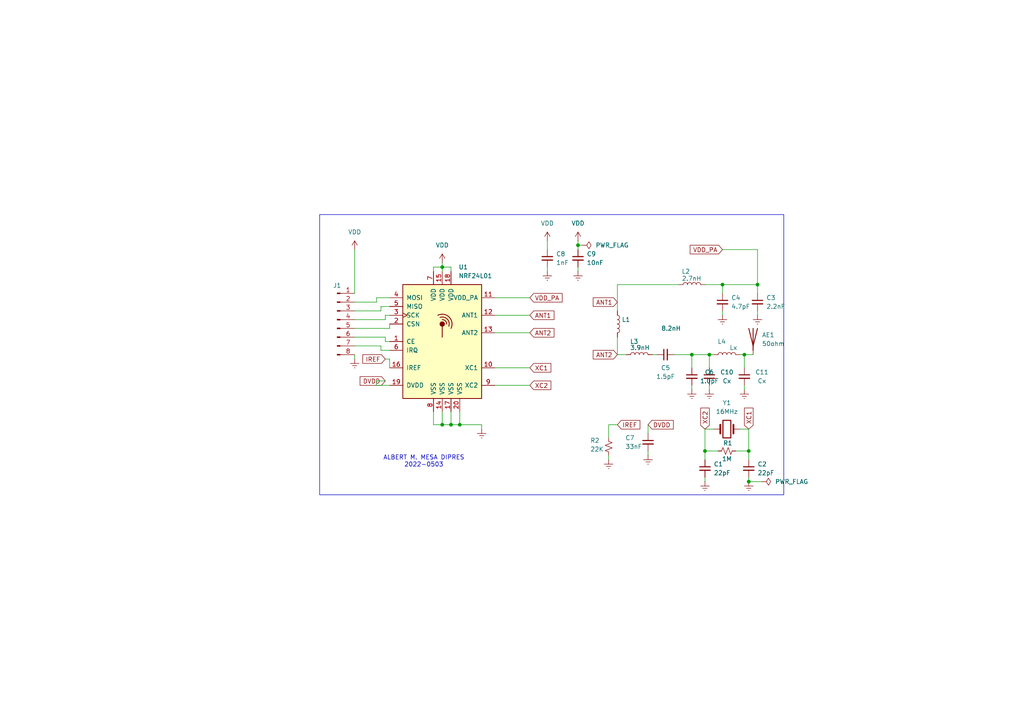
<source format=kicad_sch>
(kicad_sch (version 20231120) (generator "eeschema") (generator_version "8.0")
  (paper "A4")
  (lib_symbols
    (symbol "Connector:Conn_01x08_Pin" (pin_names (offset 1.016) hide)
      (property "Reference" "J" (at 0 10.16 0))
      (property "Value" "Conn_01x08_Pin" (at 0 -12.7 0))
      (symbol "Conn_01x08_Pin_1_1"
        (polyline (pts (xy 1.27 -10.16) (xy 0.8636 -10.16)) (stroke (width 0.1524)))
        (polyline (pts (xy 1.27 -7.62) (xy 0.8636 -7.62)) (stroke (width 0.1524)))
        (polyline (pts (xy 1.27 -5.08) (xy 0.8636 -5.08)) (stroke (width 0.1524)))
        (polyline (pts (xy 1.27 -2.54) (xy 0.8636 -2.54)) (stroke (width 0.1524)))
        (polyline (pts (xy 1.27 0) (xy 0.8636 0)) (stroke (width 0.1524)))
        (polyline (pts (xy 1.27 2.54) (xy 0.8636 2.54)) (stroke (width 0.1524)))
        (polyline (pts (xy 1.27 5.08) (xy 0.8636 5.08)) (stroke (width 0.1524)))
        (polyline (pts (xy 1.27 7.62) (xy 0.8636 7.62)) (stroke (width 0.1524)))
        (rectangle (start 0.8636 -10.033) (end 0 -10.287) (stroke (width 0.1524)) (fill (type outline)))
        (rectangle (start 0.8636 -7.493) (end 0 -7.747) (stroke (width 0.1524)) (fill (type outline)))
        (rectangle (start 0.8636 -4.953) (end 0 -5.207) (stroke (width 0.1524)) (fill (type outline)))
        (rectangle (start 0.8636 -2.413) (end 0 -2.667) (stroke (width 0.1524)) (fill (type outline)))
        (rectangle (start 0.8636 0.127) (end 0 -0.127) (stroke (width 0.1524)) (fill (type outline)))
        (rectangle (start 0.8636 2.667) (end 0 2.413) (stroke (width 0.1524)) (fill (type outline)))
        (rectangle (start 0.8636 5.207) (end 0 4.953) (stroke (width 0.1524)) (fill (type outline)))
        (rectangle (start 0.8636 7.747) (end 0 7.493) (stroke (width 0.1524)) (fill (type outline)))
        (pin passive line (at 5.08 7.62 180) (length 3.81) (name "Pin_1") (number "1"))
        (pin passive line (at 5.08 5.08 180) (length 3.81) (name "Pin_2") (number "2"))
        (pin passive line (at 5.08 2.54 180) (length 3.81) (name "Pin_3") (number "3"))
        (pin passive line (at 5.08 0 180) (length 3.81) (name "Pin_4") (number "4"))
        (pin passive line (at 5.08 -2.54 180) (length 3.81) (name "Pin_5") (number "5"))
        (pin passive line (at 5.08 -5.08 180) (length 3.81) (name "Pin_6") (number "6"))
        (pin passive line (at 5.08 -7.62 180) (length 3.81) (name "Pin_7") (number "7"))
        (pin passive line (at 5.08 -10.16 180) (length 3.81) (name "Pin_8") (number "8"))
      )
    )
    (symbol "Device:Antenna" (pin_numbers hide) (pin_names (offset 1.016) hide)
      (property "Reference" "AE" (at -1.905 1.905 0))
      (property "Value" "Antenna" (at -1.905 0 0))
      (symbol "Antenna_0_1"
        (polyline (pts (xy 0 2.54) (xy 0 -3.81)) (stroke (width 0.254)))
        (polyline (pts (xy 1.27 2.54) (xy 0 -2.54) (xy -1.27 2.54)) (stroke (width 0.254)))
      )
      (symbol "Antenna_1_1"
        (pin input line (at 0 -5.08 90) (length 2.54) (name "A") (number "1"))
      )
    )
    (symbol "Device:C_Small" (pin_numbers hide) (pin_names (offset 0.254) hide)
      (property "Reference" "C" (at 0.254 1.778 0))
      (property "Value" "C_Small" (at 0.254 -2.032 0))
      (symbol "C_Small_0_1"
        (polyline (pts (xy -1.524 -0.508) (xy 1.524 -0.508)) (stroke (width 0.3302)))
        (polyline (pts (xy -1.524 0.508) (xy 1.524 0.508)) (stroke (width 0.3048)))
      )
      (symbol "C_Small_1_1"
        (pin passive line (at 0 2.54 270) (length 2.032) (name "~") (number "1"))
        (pin passive line (at 0 -2.54 90) (length 2.032) (name "~") (number "2"))
      )
    )
    (symbol "Device:Crystal" (pin_numbers hide) (pin_names (offset 1.016) hide)
      (property "Reference" "Y" (at 0 3.81 0))
      (property "Value" "Crystal" (at 0 -3.81 0))
      (symbol "Crystal_0_1"
        (rectangle (start -1.143 2.54) (end 1.143 -2.54) (stroke (width 0.3048)))
        (polyline (pts (xy -2.54 0) (xy -1.905 0)))
        (polyline (pts (xy -1.905 -1.27) (xy -1.905 1.27)) (stroke (width 0.508)))
        (polyline (pts (xy 1.905 -1.27) (xy 1.905 1.27)) (stroke (width 0.508)))
        (polyline (pts (xy 2.54 0) (xy 1.905 0)))
      )
      (symbol "Crystal_1_1"
        (pin passive line (at -3.81 0 0) (length 1.27) (name "1") (number "1"))
        (pin passive line (at 3.81 0 180) (length 1.27) (name "2") (number "2"))
      )
    )
    (symbol "Device:L" (pin_numbers hide) (pin_names (offset 1.016) hide)
      (property "Reference" "L" (at -1.27 0 90))
      (property "Value" "L" (at 1.905 0 90))
      (symbol "L_0_1"
        (arc (start 0 -2.54) (mid 0.6323 -1.905) (end 0 -1.27))
        (arc (start 0 -1.27) (mid 0.6323 -0.635) (end 0 0))
        (arc (start 0 0) (mid 0.6323 0.635) (end 0 1.27))
        (arc (start 0 1.27) (mid 0.6323 1.905) (end 0 2.54))
      )
      (symbol "L_1_1"
        (pin passive line (at 0 3.81 270) (length 1.27) (name "1") (number "1"))
        (pin passive line (at 0 -3.81 90) (length 1.27) (name "2") (number "2"))
      )
    )
    (symbol "Device:R_Small_US" (pin_numbers hide) (pin_names (offset 0.254) hide)
      (property "Reference" "R" (at 0.762 0.508 0))
      (property "Value" "R_Small_US" (at 0.762 -1.016 0))
      (symbol "R_Small_US_1_1"
        (polyline (pts (xy 0 0) (xy 1.016 -0.381) (xy 0 -0.762) (xy -1.016 -1.143) (xy 0 -1.524)))
        (polyline (pts (xy 0 1.524) (xy 1.016 1.143) (xy 0 0.762) (xy -1.016 0.381) (xy 0 0)))
        (pin passive line (at 0 2.54 270) (length 1.016) (name "~") (number "1"))
        (pin passive line (at 0 -2.54 90) (length 1.016) (name "~") (number "2"))
      )
    )
    (symbol "RF:NRF24L01" (pin_names (offset 1.016))
      (property "Reference" "U" (at -11.43 17.78 0))
      (property "Value" "NRF24L01" (at 5.08 17.78 0))
      (symbol "NRF24L01_0_1"
        (rectangle (start -11.43 16.51) (end 11.43 -16.51) (stroke (width 0.254)) (fill (type background)))
        (polyline (pts (xy 0 4.445) (xy 0 1.27)) (stroke (width 0.254)))
        (circle (center 0 5.08) (radius 0.635) (stroke (width 0.254)) (fill (type outline)))
        (arc (start 1.27 5.08) (mid 0.9071 5.9946) (end 0 6.35) (stroke (width 0.254)))
        (arc (start 1.905 4.445) (mid 1.4313 6.5254) (end -0.635 6.985) (stroke (width 0.254)))
        (arc (start 2.54 3.81) (mid 2.008 7.088) (end -1.27 7.62) (stroke (width 0.254)))
        (rectangle (start 11.43 -13.97) (end 11.43 -13.97))
      )
      (symbol "NRF24L01_1_1"
        (pin input line (at -15.24 0 0) (length 3.81) (name "CE") (number "1"))
        (pin passive line (at 15.24 -7.62 180) (length 3.81) (name "XC1") (number "10"))
        (pin power_out line (at 15.24 12.7 180) (length 3.81) (name "VDD_PA") (number "11"))
        (pin passive line (at 15.24 7.62 180) (length 3.81) (name "ANT1") (number "12"))
        (pin passive line (at 15.24 2.54 180) (length 3.81) (name "ANT2") (number "13"))
        (pin power_in line (at 0 -20.32 90) (length 3.81) (name "VSS") (number "14"))
        (pin power_in line (at 0 20.32 270) (length 3.81) (name "VDD") (number "15"))
        (pin passive line (at -15.24 -7.62 0) (length 3.81) (name "IREF") (number "16"))
        (pin power_in line (at 2.54 -20.32 90) (length 3.81) (name "VSS") (number "17"))
        (pin power_in line (at 2.54 20.32 270) (length 3.81) (name "VDD") (number "18"))
        (pin power_out line (at -15.24 -12.7 0) (length 3.81) (name "DVDD") (number "19"))
        (pin input line (at -15.24 5.08 0) (length 3.81) (name "CSN") (number "2"))
        (pin power_in line (at 5.08 -20.32 90) (length 3.81) (name "VSS") (number "20"))
        (pin input clock (at -15.24 7.62 0) (length 3.81) (name "SCK") (number "3"))
        (pin input line (at -15.24 12.7 0) (length 3.81) (name "MOSI") (number "4"))
        (pin output line (at -15.24 10.16 0) (length 3.81) (name "MISO") (number "5"))
        (pin output line (at -15.24 -2.54 0) (length 3.81) (name "IRQ") (number "6"))
        (pin power_in line (at -2.54 20.32 270) (length 3.81) (name "VDD") (number "7"))
        (pin power_in line (at -2.54 -20.32 90) (length 3.81) (name "VSS") (number "8"))
        (pin passive line (at 15.24 -12.7 180) (length 3.81) (name "XC2") (number "9"))
      )
    )
    (symbol "power:GNDREF" (power) (pin_numbers hide) (pin_names (offset 0) hide)
      (property "Value" "GNDREF" (at 0 -3.81 0))
      (symbol "GNDREF_0_1"
        (polyline (pts (xy -0.635 -1.905) (xy 0.635 -1.905)))
        (polyline (pts (xy -0.127 -2.54) (xy 0.127 -2.54)))
        (polyline (pts (xy 0 -1.27) (xy 0 0)))
        (polyline (pts (xy 1.27 -1.27) (xy -1.27 -1.27)))
      )
      (symbol "GNDREF_1_1"
        (pin power_in line (at 0 0 270) (length 0) (name "~") (number "1"))
      )
    )
    (symbol "power:PWR_FLAG" (power) (pin_numbers hide) (pin_names (offset 0) hide)
      (property "Value" "PWR_FLAG" (at 0 3.81 0))
      (symbol "PWR_FLAG_0_0"
        (pin power_out line (at 0 0 90) (length 0) (name "~") (number "1"))
      )
      (symbol "PWR_FLAG_0_1"
        (polyline (pts (xy 0 0) (xy 0 1.27) (xy -1.016 1.905) (xy 0 2.54) (xy 1.016 1.905) (xy 0 1.27)))
      )
    )
    (symbol "power:VDD" (power) (pin_numbers hide) (pin_names (offset 0) hide)
      (property "Value" "VDD" (at 0 3.556 0))
      (symbol "VDD_0_1"
        (polyline (pts (xy -0.762 1.27) (xy 0 2.54)))
        (polyline (pts (xy 0 0) (xy 0 2.54)))
        (polyline (pts (xy 0 2.54) (xy 0.762 1.27)))
      )
      (symbol "VDD_1_1"
        (pin power_in line (at 0 0 90) (length 0) (name "~") (number "1"))
      )
    )
  )
  (junction (at 128.27 77.47))
  (junction (at 215.9 102.87))
  (junction (at 133.35 123.19))
  (junction (at 200.66 102.87))
  (junction (at 128.27 123.19))
  (junction (at 204.47 130.81))
  (junction (at 167.64 71.12))
  (junction (at 209.55 82.55))
  (junction (at 219.71 82.55))
  (junction (at 130.81 123.19))
  (junction (at 217.17 139.7))
  (junction (at 217.17 130.81))
  (junction (at 205.74 102.87))
  (wire (pts (xy 143.51 111.76) (xy 153.67 111.76)))
  (wire (pts (xy 217.17 124.46) (xy 217.17 130.81)))
  (wire (pts (xy 109.22 86.36) (xy 113.03 86.36)))
  (wire (pts (xy 179.07 82.55) (xy 196.85 82.55)))
  (wire (pts (xy 204.47 130.81) (xy 204.47 133.35)))
  (wire (pts (xy 153.67 96.52) (xy 143.51 96.52)))
  (wire (pts (xy 200.66 113.03) (xy 200.66 111.76)))
  (wire (pts (xy 111.76 97.79) (xy 102.87 97.79)))
  (wire (pts (xy 168.91 71.12) (xy 167.64 71.12)))
  (wire (pts (xy 204.47 82.55) (xy 209.55 82.55)))
  (wire (pts (xy 130.81 77.47) (xy 128.27 77.47)))
  (wire (pts (xy 217.17 130.81) (xy 217.17 133.35)))
  (wire (pts (xy 143.51 106.68) (xy 153.67 106.68)))
  (wire (pts (xy 213.36 130.81) (xy 217.17 130.81)))
  (wire (pts (xy 204.47 130.81) (xy 208.28 130.81)))
  (wire (pts (xy 143.51 91.44) (xy 153.67 91.44)))
  (wire (pts (xy 113.03 106.68) (xy 113.03 104.14)))
  (wire (pts (xy 207.01 124.46) (xy 204.47 124.46)))
  (wire (pts (xy 219.71 91.44) (xy 219.71 90.17)))
  (wire (pts (xy 200.66 106.68) (xy 200.66 102.87)))
  (wire (pts (xy 209.55 91.44) (xy 209.55 90.17)))
  (wire (pts (xy 128.27 119.38) (xy 128.27 123.19)))
  (wire (pts (xy 109.22 87.63) (xy 102.87 87.63)))
  (wire (pts (xy 215.9 102.87) (xy 214.63 102.87)))
  (wire (pts (xy 204.47 124.46) (xy 204.47 130.81)))
  (wire (pts (xy 167.64 78.74) (xy 167.64 77.47)))
  (wire (pts (xy 130.81 123.19) (xy 133.35 123.19)))
  (wire (pts (xy 110.49 101.6) (xy 113.03 101.6)))
  (wire (pts (xy 111.76 92.71) (xy 102.87 92.71)))
  (wire (pts (xy 205.74 102.87) (xy 205.74 106.68)))
  (wire (pts (xy 125.73 123.19) (xy 128.27 123.19)))
  (wire (pts (xy 111.76 91.44) (xy 113.03 91.44)))
  (wire (pts (xy 179.07 97.79) (xy 179.07 102.87)))
  (wire (pts (xy 113.03 104.14) (xy 111.76 104.14)))
  (wire (pts (xy 179.07 102.87) (xy 181.61 102.87)))
  (wire (pts (xy 209.55 82.55) (xy 219.71 82.55)))
  (wire (pts (xy 128.27 123.19) (xy 130.81 123.19)))
  (wire (pts (xy 128.27 77.47) (xy 128.27 78.74)))
  (wire (pts (xy 187.96 132.08) (xy 187.96 130.81)))
  (wire (pts (xy 219.71 72.39) (xy 219.71 82.55)))
  (wire (pts (xy 111.76 91.44) (xy 111.76 92.71)))
  (wire (pts (xy 205.74 113.03) (xy 205.74 111.76)))
  (wire (pts (xy 179.07 90.17) (xy 179.07 82.55)))
  (wire (pts (xy 125.73 77.47) (xy 125.73 78.74)))
  (wire (pts (xy 109.22 86.36) (xy 109.22 87.63)))
  (wire (pts (xy 111.76 99.06) (xy 111.76 97.79)))
  (wire (pts (xy 143.51 86.36) (xy 153.67 86.36)))
  (wire (pts (xy 209.55 72.39) (xy 219.71 72.39)))
  (wire (pts (xy 110.49 88.9) (xy 110.49 90.17)))
  (wire (pts (xy 215.9 106.68) (xy 215.9 102.87)))
  (wire (pts (xy 130.81 119.38) (xy 130.81 123.19)))
  (wire (pts (xy 215.9 113.03) (xy 215.9 111.76)))
  (wire (pts (xy 167.64 71.12) (xy 167.64 72.39)))
  (wire (pts (xy 215.9 102.87) (xy 218.44 102.87)))
  (wire (pts (xy 139.7 123.19) (xy 139.7 124.46)))
  (wire (pts (xy 102.87 72.39) (xy 102.87 85.09)))
  (wire (pts (xy 176.53 133.35) (xy 176.53 132.08)))
  (wire (pts (xy 113.03 95.25) (xy 102.87 95.25)))
  (wire (pts (xy 130.81 78.74) (xy 130.81 77.47)))
  (wire (pts (xy 176.53 123.19) (xy 176.53 127)))
  (wire (pts (xy 200.66 102.87) (xy 205.74 102.87)))
  (wire (pts (xy 133.35 123.19) (xy 133.35 119.38)))
  (wire (pts (xy 209.55 82.55) (xy 209.55 85.09)))
  (wire (pts (xy 158.75 69.85) (xy 158.75 72.39)))
  (wire (pts (xy 109.22 110.49) (xy 111.76 110.49)))
  (wire (pts (xy 167.64 69.85) (xy 167.64 71.12)))
  (wire (pts (xy 189.23 102.87) (xy 190.5 102.87)))
  (wire (pts (xy 111.76 99.06) (xy 113.03 99.06)))
  (wire (pts (xy 205.74 102.87) (xy 207.01 102.87)))
  (wire (pts (xy 102.87 104.14) (xy 102.87 102.87)))
  (wire (pts (xy 219.71 82.55) (xy 219.71 85.09)))
  (wire (pts (xy 110.49 100.33) (xy 102.87 100.33)))
  (wire (pts (xy 110.49 88.9) (xy 113.03 88.9)))
  (wire (pts (xy 133.35 123.19) (xy 139.7 123.19)))
  (wire (pts (xy 187.96 123.19) (xy 187.96 125.73)))
  (wire (pts (xy 214.63 124.46) (xy 217.17 124.46)))
  (wire (pts (xy 125.73 119.38) (xy 125.73 123.19)))
  (wire (pts (xy 204.47 139.7) (xy 204.47 138.43)))
  (wire (pts (xy 128.27 77.47) (xy 125.73 77.47)))
  (wire (pts (xy 113.03 93.98) (xy 113.03 95.25)))
  (wire (pts (xy 179.07 123.19) (xy 176.53 123.19)))
  (wire (pts (xy 109.22 111.76) (xy 109.22 110.49)))
  (wire (pts (xy 110.49 90.17) (xy 102.87 90.17)))
  (wire (pts (xy 128.27 76.2) (xy 128.27 77.47)))
  (wire (pts (xy 200.66 102.87) (xy 195.58 102.87)))
  (wire (pts (xy 217.17 139.7) (xy 217.17 138.43)))
  (wire (pts (xy 109.22 111.76) (xy 113.03 111.76)))
  (wire (pts (xy 220.98 139.7) (xy 217.17 139.7)))
  (wire (pts (xy 110.49 101.6) (xy 110.49 100.33)))
  (wire (pts (xy 158.75 78.74) (xy 158.75 77.47)))
  (rectangle (start 92.71 62.23) (end 227.33 143.51))
  (text "ALBERT M. MESA DIPRES\n2022-0503" (at 122.936 133.858 0) (effects (font (size 1.27 1.27))))
  (global_label "ANT1" (shape input) (at 179.07 87.63 180) (property "Intersheetrefs" "${INTERSHEET_REFS}" (effects (hide yes))))
  (global_label "ANT2" (shape input) (at 153.67 96.52 0) (property "Intersheetrefs" "${INTERSHEET_REFS}" (effects (hide yes))))
  (global_label "DVDD" (shape input) (at 187.96 123.19 0) (property "Intersheetrefs" "${INTERSHEET_REFS}" (effects (hide yes))))
  (global_label "IREF" (shape input) (at 179.07 123.19 0) (property "Intersheetrefs" "${INTERSHEET_REFS}" (effects (hide yes))))
  (global_label "ANT2" (shape input) (at 179.07 102.87 180) (property "Intersheetrefs" "${INTERSHEET_REFS}" (effects (hide yes))))
  (global_label "ANT1" (shape input) (at 153.67 91.44 0) (property "Intersheetrefs" "${INTERSHEET_REFS}" (effects (hide yes))))
  (global_label "IREF" (shape input) (at 111.76 104.14 180) (property "Intersheetrefs" "${INTERSHEET_REFS}" (effects (hide yes))))
  (global_label "VDD_PA" (shape input) (at 209.55 72.39 180) (property "Intersheetrefs" "${INTERSHEET_REFS}" (effects (hide yes))))
  (global_label "VDD_PA" (shape input) (at 153.67 86.36 0) (property "Intersheetrefs" "${INTERSHEET_REFS}" (effects (hide yes))))
  (global_label "XC2" (shape input) (at 153.67 111.76 0) (property "Intersheetrefs" "${INTERSHEET_REFS}" (effects (hide yes))))
  (global_label "DVDD" (shape input) (at 111.76 110.49 180) (property "Intersheetrefs" "${INTERSHEET_REFS}" (effects (hide yes))))
  (global_label "XC2" (shape input) (at 204.47 124.46 90) (property "Intersheetrefs" "${INTERSHEET_REFS}" (effects (hide yes))))
  (global_label "XC1" (shape input) (at 217.17 124.46 90) (property "Intersheetrefs" "${INTERSHEET_REFS}" (effects (hide yes))))
  (global_label "XC1" (shape input) (at 153.67 106.68 0) (property "Intersheetrefs" "${INTERSHEET_REFS}" (effects (hide yes))))
  (symbol (lib_id "Device:C_Small") (at 193.04 102.87 90) (unit 1)
    (property "Reference" "C5" (at 193.0463 106.68 90))
    (property "Value" "1.5pF" (at 193.0463 109.22 90))
    (property "Footprint" "Capacitor_SMD:C_0402_1005Metric" (effects (hide yes)))
    (property "Description" "Unpolarized capacitor, small symbol" (effects (hide yes)))
  )
  (symbol (lib_id "power:GNDREF") (at 217.17 139.7 0) (unit 1)
    (property "Reference" "#PWR05" (effects (hide yes)))
    (property "Value" "GNDREF" (effects (hide yes)))
    (property "Description" "Power symbol creates a global label with name \"GNDREF\" , reference supply ground" (effects (hide yes)))
  )
  (symbol (lib_id "power:GNDREF") (at 209.55 91.44 0) (unit 1)
    (property "Reference" "#PWR06" (effects (hide yes)))
    (property "Value" "GNDREF" (effects (hide yes)))
    (property "Description" "Power symbol creates a global label with name \"GNDREF\" , reference supply ground" (effects (hide yes)))
  )
  (symbol (lib_id "power:GNDREF") (at 167.64 78.74 0) (unit 1)
    (property "Reference" "#PWR013" (effects (hide yes)))
    (property "Value" "GNDREF" (effects (hide yes)))
    (property "Description" "Power symbol creates a global label with name \"GNDREF\" , reference supply ground" (effects (hide yes)))
  )
  (symbol (lib_id "Device:C_Small") (at 204.47 135.89 0) (unit 1)
    (property "Reference" "C1" (at 207.01 134.6262 0) (effects (justify left)))
    (property "Value" "22pF" (at 207.01 137.1662 0) (effects (justify left)))
    (property "Footprint" "Capacitor_SMD:C_0402_1005Metric" (effects (hide yes)))
    (property "Description" "Unpolarized capacitor, small symbol" (effects (hide yes)))
  )
  (symbol (lib_id "power:GNDREF") (at 215.9 113.03 0) (unit 1)
    (property "Reference" "#PWR015" (effects (hide yes)))
    (property "Value" "GNDREF" (effects (hide yes)))
    (property "Description" "Power symbol creates a global label with name \"GNDREF\" , reference supply ground" (effects (hide yes)))
  )
  (symbol (lib_id "Device:C_Small") (at 209.55 87.63 0) (unit 1)
    (property "Reference" "C4" (at 212.09 86.3662 0) (effects (justify left)))
    (property "Value" "4.7pF" (at 212.09 88.9062 0) (effects (justify left)))
    (property "Footprint" "Capacitor_SMD:C_0402_1005Metric" (effects (hide yes)))
    (property "Description" "Unpolarized capacitor, small symbol" (effects (hide yes)))
  )
  (symbol (lib_id "Device:L") (at 200.66 82.55 90) (unit 1)
    (property "Reference" "L2" (at 200.152 78.74 90) (effects (justify left)))
    (property "Value" "2.7nH" (at 203.454 80.772 90) (effects (justify left)))
    (property "Footprint" "Inductor_SMD:L_0402_1005Metric" (effects (hide yes)))
    (property "Description" "Inductor" (effects (hide yes)))
  )
  (symbol (lib_id "Device:C_Small") (at 167.64 74.93 0) (unit 1)
    (property "Reference" "C9" (at 170.18 73.6662 0) (effects (justify left)))
    (property "Value" "10nF" (at 170.18 76.2062 0) (effects (justify left)))
    (property "Footprint" "Capacitor_SMD:C_0402_1005Metric" (effects (hide yes)))
    (property "Description" "Unpolarized capacitor, small symbol" (effects (hide yes)))
  )
  (symbol (lib_id "power:GNDREF") (at 200.66 113.03 0) (unit 1)
    (property "Reference" "#PWR07" (effects (hide yes)))
    (property "Value" "GNDREF" (effects (hide yes)))
    (property "Description" "Power symbol creates a global label with name \"GNDREF\" , reference supply ground" (effects (hide yes)))
  )
  (symbol (lib_id "Device:C_Small") (at 205.74 109.22 0) (unit 1)
    (property "Reference" "C10" (at 210.8263 107.95 0))
    (property "Value" "Cx" (at 210.8263 110.49 0))
    (property "Footprint" "Capacitor_SMD:C_0402_1005Metric" (effects (hide yes)))
    (property "Description" "Unpolarized capacitor, small symbol" (effects (hide yes)))
  )
  (symbol (lib_id "power:VDD") (at 158.75 69.85 0) (unit 1)
    (property "Reference" "#PWR017" (effects (hide yes)))
    (property "Value" "VDD" (at 158.75 64.77 0))
    (property "Description" "Power symbol creates a global label with name \"VDD\"" (effects (hide yes)))
  )
  (symbol (lib_id "power:PWR_FLAG") (at 168.91 71.12 270) (unit 1)
    (property "Reference" "#FLG01" (effects (hide yes)))
    (property "Value" "PWR_FLAG" (at 172.72 71.1199 90) (effects (justify left)))
    (property "Description" "Special symbol for telling ERC where power comes from" (effects (hide yes)))
  )
  (symbol (lib_id "Device:C_Small") (at 158.75 74.93 0) (unit 1)
    (property "Reference" "C8" (at 161.29 73.6662 0) (effects (justify left)))
    (property "Value" "1nF" (at 161.29 76.2062 0) (effects (justify left)))
    (property "Footprint" "Capacitor_SMD:C_0402_1005Metric" (effects (hide yes)))
    (property "Description" "Unpolarized capacitor, small symbol" (effects (hide yes)))
  )
  (symbol (lib_id "Device:Crystal") (at 210.82 124.46 0) (unit 1)
    (property "Reference" "Y1" (at 210.82 116.84 0))
    (property "Value" "16MHz" (at 210.82 119.38 0))
    (property "Footprint" "Crystal:Crystal_SMD_3215-2Pin_3.2x1.5mm" (effects (hide yes)))
    (property "Description" "Two pin crystal" (effects (hide yes)))
  )
  (symbol (lib_id "Device:C_Small") (at 217.17 135.89 0) (unit 1)
    (property "Reference" "C2" (at 219.71 134.6262 0) (effects (justify left)))
    (property "Value" "22pF" (at 219.71 137.1662 0) (effects (justify left)))
    (property "Footprint" "Capacitor_SMD:C_0402_1005Metric" (effects (hide yes)))
    (property "Description" "Unpolarized capacitor, small symbol" (effects (hide yes)))
  )
  (symbol (lib_id "Device:R_Small_US") (at 210.82 130.81 90) (unit 1)
    (property "Reference" "R1" (at 211.074 128.524 90))
    (property "Value" "1M" (at 210.82 133.096 90))
    (property "Footprint" "Resistor_SMD:R_0402_1005Metric" (effects (hide yes)))
    (property "Description" "Resistor, small US symbol" (effects (hide yes)))
  )
  (symbol (lib_id "Device:Antenna") (at 218.44 97.79 0) (unit 1)
    (property "Reference" "AE1" (at 220.98 97.1549 0) (effects (justify left)))
    (property "Value" "50ohm" (at 220.98 99.6949 0) (effects (justify left)))
    (property "Footprint" "RF_Antenna:Texas_SWRA117D_2.4GHz_Right" (effects (hide yes)))
    (property "Description" "Antenna" (effects (hide yes)))
  )
  (symbol (lib_id "power:VDD") (at 128.27 76.2 0) (unit 1)
    (property "Reference" "#PWR016" (effects (hide yes)))
    (property "Value" "VDD" (at 128.27 71.12 0))
    (property "Description" "Power symbol creates a global label with name \"VDD\"" (effects (hide yes)))
  )
  (symbol (lib_id "Device:C_Small") (at 200.66 109.22 0) (unit 1)
    (property "Reference" "C6" (at 205.7463 107.95 0))
    (property "Value" "1.0pF" (at 205.7463 110.49 0))
    (property "Footprint" "Capacitor_SMD:C_0402_1005Metric" (effects (hide yes)))
    (property "Description" "Unpolarized capacitor, small symbol" (effects (hide yes)))
  )
  (symbol (lib_id "power:GNDREF") (at 176.53 133.35 0) (unit 1)
    (property "Reference" "#PWR010" (effects (hide yes)))
    (property "Value" "GNDREF" (effects (hide yes)))
    (property "Description" "Power symbol creates a global label with name \"GNDREF\" , reference supply ground" (effects (hide yes)))
  )
  (symbol (lib_id "power:PWR_FLAG") (at 220.98 139.7 270) (unit 1)
    (property "Reference" "#FLG02" (effects (hide yes)))
    (property "Value" "PWR_FLAG" (at 224.79 139.6999 90) (effects (justify left)))
    (property "Description" "Special symbol for telling ERC where power comes from" (effects (hide yes)))
  )
  (symbol (lib_id "Device:L") (at 185.42 102.87 90) (unit 1)
    (property "Reference" "L3" (at 185.166 99.06 90) (effects (justify left)))
    (property "Value" "3.9nH" (at 188.468 100.838 90) (effects (justify left)))
    (property "Footprint" "Inductor_SMD:L_0402_1005Metric" (effects (hide yes)))
    (property "Description" "Inductor" (effects (hide yes)))
  )
  (symbol (lib_id "power:VDD") (at 167.64 69.85 0) (unit 1)
    (property "Reference" "#PWR03" (effects (hide yes)))
    (property "Value" "VDD" (at 167.64 64.77 0))
    (property "Description" "Power symbol creates a global label with name \"VDD\"" (effects (hide yes)))
  )
  (symbol (lib_id "Device:L") (at 179.07 93.98 0) (unit 1)
    (property "Reference" "L1" (at 180.34 92.7099 0) (effects (justify left)))
    (property "Value" "8.2nH" (at 191.77 95.2499 0) (effects (justify left)))
    (property "Footprint" "Inductor_SMD:L_0402_1005Metric" (effects (hide yes)))
    (property "Description" "Inductor" (effects (hide yes)))
  )
  (symbol (lib_id "Device:C_Small") (at 187.96 128.27 0) (unit 1)
    (property "Reference" "C7" (at 181.356 127 0) (effects (justify left)))
    (property "Value" "33nF" (at 181.356 129.54 0) (effects (justify left)))
    (property "Footprint" "Capacitor_SMD:C_0402_1005Metric" (effects (hide yes)))
    (property "Description" "Unpolarized capacitor, small symbol" (effects (hide yes)))
  )
  (symbol (lib_id "power:GNDREF") (at 139.7 124.46 0) (unit 1)
    (property "Reference" "#PWR02" (effects (hide yes)))
    (property "Value" "GNDREF" (effects (hide yes)))
    (property "Description" "Power symbol creates a global label with name \"GNDREF\" , reference supply ground" (effects (hide yes)))
  )
  (symbol (lib_id "Device:L") (at 210.82 102.87 90) (unit 1)
    (property "Reference" "L4" (at 210.566 99.06 90) (effects (justify left)))
    (property "Value" "Lx" (at 213.868 100.838 90) (effects (justify left)))
    (property "Footprint" "Inductor_SMD:L_0402_1005Metric" (effects (hide yes)))
    (property "Description" "Inductor" (effects (hide yes)))
  )
  (symbol (lib_id "power:GNDREF") (at 187.96 132.08 0) (unit 1)
    (property "Reference" "#PWR011" (effects (hide yes)))
    (property "Value" "GNDREF" (effects (hide yes)))
    (property "Description" "Power symbol creates a global label with name \"GNDREF\" , reference supply ground" (effects (hide yes)))
  )
  (symbol (lib_id "Device:R_Small_US") (at 176.53 129.54 0) (unit 1)
    (property "Reference" "R2" (at 171.196 127.762 0) (effects (justify left)))
    (property "Value" "22K" (at 171.196 130.302 0) (effects (justify left)))
    (property "Footprint" "Resistor_SMD:R_0402_1005Metric" (effects (hide yes)))
    (property "Description" "Resistor, small US symbol" (effects (hide yes)))
  )
  (symbol (lib_id "Device:C_Small") (at 215.9 109.22 0) (unit 1)
    (property "Reference" "C11" (at 220.9863 107.95 0))
    (property "Value" "Cx" (at 220.9863 110.49 0))
    (property "Footprint" "Capacitor_SMD:C_0402_1005Metric" (effects (hide yes)))
    (property "Description" "Unpolarized capacitor, small symbol" (effects (hide yes)))
  )
  (symbol (lib_id "power:GNDREF") (at 158.75 78.74 0) (unit 1)
    (property "Reference" "#PWR012" (effects (hide yes)))
    (property "Value" "GNDREF" (effects (hide yes)))
    (property "Description" "Power symbol creates a global label with name \"GNDREF\" , reference supply ground" (effects (hide yes)))
  )
  (symbol (lib_id "RF:NRF24L01") (at 128.27 99.06 0) (unit 1)
    (property "Reference" "U1" (at 133.0041 77.47 0) (effects (justify left)))
    (property "Value" "NRF24L01" (at 133.0041 80.01 0) (effects (justify left)))
    (property "Footprint" "Package_DFN_QFN:QFN-20-1EP_4x4mm_P0.5mm_EP2.5x2.5mm" (effects (hide yes)))
    (property "Datasheet" "http://www.nordicsemi.com/eng/content/download/2730/34105/file/nRF24L01_Product_Specification_v2_0.pdf" (effects (hide yes)))
    (property "Description" "Ultra low power 2.4GHz RF Transceiver, QFN-20" (effects (hide yes)))
  )
  (symbol (lib_id "power:GNDREF") (at 219.71 91.44 0) (unit 1)
    (property "Reference" "#PWR01" (effects (hide yes)))
    (property "Value" "GNDREF" (effects (hide yes)))
    (property "Description" "Power symbol creates a global label with name \"GNDREF\" , reference supply ground" (effects (hide yes)))
  )
  (symbol (lib_id "power:GNDREF") (at 102.87 104.14 0) (unit 1)
    (property "Reference" "#PWR09" (effects (hide yes)))
    (property "Value" "GNDREF" (effects (hide yes)))
    (property "Description" "Power symbol creates a global label with name \"GNDREF\" , reference supply ground" (effects (hide yes)))
  )
  (symbol (lib_id "power:VDD") (at 102.87 72.39 0) (unit 1)
    (property "Reference" "#PWR08" (effects (hide yes)))
    (property "Value" "VDD" (at 102.87 67.31 0))
    (property "Description" "Power symbol creates a global label with name \"VDD\"" (effects (hide yes)))
  )
  (symbol (lib_id "power:GNDREF") (at 204.47 139.7 0) (unit 1)
    (property "Reference" "#PWR04" (effects (hide yes)))
    (property "Value" "GNDREF" (effects (hide yes)))
    (property "Description" "Power symbol creates a global label with name \"GNDREF\" , reference supply ground" (effects (hide yes)))
  )
  (symbol (lib_id "Device:C_Small") (at 219.71 87.63 0) (unit 1)
    (property "Reference" "C3" (at 222.25 86.3662 0) (effects (justify left)))
    (property "Value" "2.2nF" (at 222.25 88.9062 0) (effects (justify left)))
    (property "Footprint" "Capacitor_SMD:C_0402_1005Metric" (effects (hide yes)))
    (property "Description" "Unpolarized capacitor, small symbol" (effects (hide yes)))
  )
  (symbol (lib_id "Connector:Conn_01x08_Pin") (at 97.79 92.71 0) (unit 1)
    (property "Reference" "J1" (at 97.79 82.804 0))
    (property "Value" "Conn_01x08_Pin" (effects (hide yes)))
    (property "Footprint" "Connector_Hirose:Hirose_DF13-08P-1.25DSA_1x08_P1.25mm_Vertical" (effects (hide yes)))
    (property "Description" "Generic connector, single row, 01x08, script generated" (effects (hide yes)))
  )
  (symbol (lib_id "power:GNDREF") (at 205.74 113.03 0) (unit 1)
    (property "Reference" "#PWR014" (effects (hide yes)))
    (property "Value" "GNDREF" (effects (hide yes)))
    (property "Description" "Power symbol creates a global label with name \"GNDREF\" , reference supply ground" (effects (hide yes)))
  )
)
</source>
